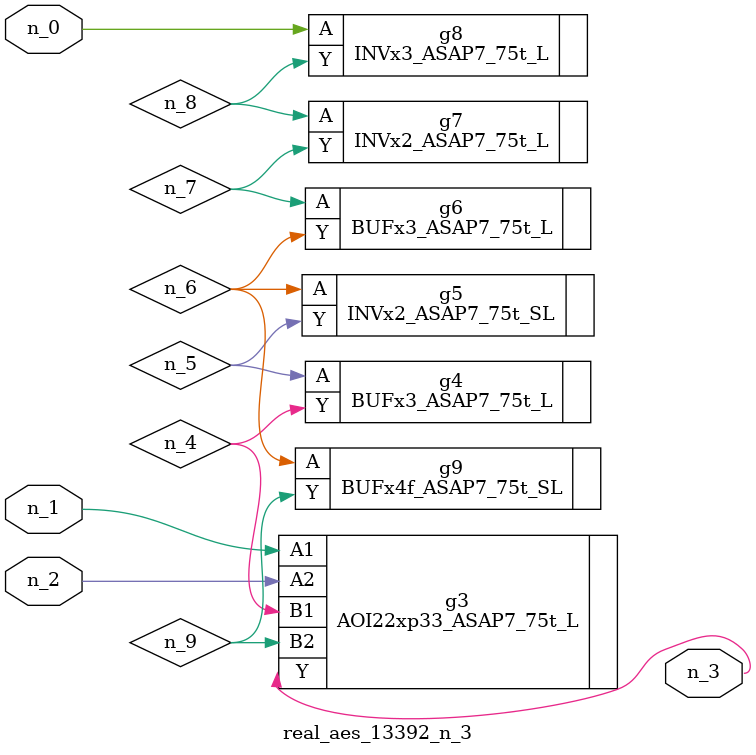
<source format=v>
module real_aes_13392_n_3 (n_0, n_2, n_1, n_3);
input n_0;
input n_2;
input n_1;
output n_3;
wire n_4;
wire n_5;
wire n_7;
wire n_9;
wire n_6;
wire n_8;
INVx3_ASAP7_75t_L g8 ( .A(n_0), .Y(n_8) );
AOI22xp33_ASAP7_75t_L g3 ( .A1(n_1), .A2(n_2), .B1(n_4), .B2(n_9), .Y(n_3) );
BUFx3_ASAP7_75t_L g4 ( .A(n_5), .Y(n_4) );
INVx2_ASAP7_75t_SL g5 ( .A(n_6), .Y(n_5) );
BUFx4f_ASAP7_75t_SL g9 ( .A(n_6), .Y(n_9) );
BUFx3_ASAP7_75t_L g6 ( .A(n_7), .Y(n_6) );
INVx2_ASAP7_75t_L g7 ( .A(n_8), .Y(n_7) );
endmodule
</source>
